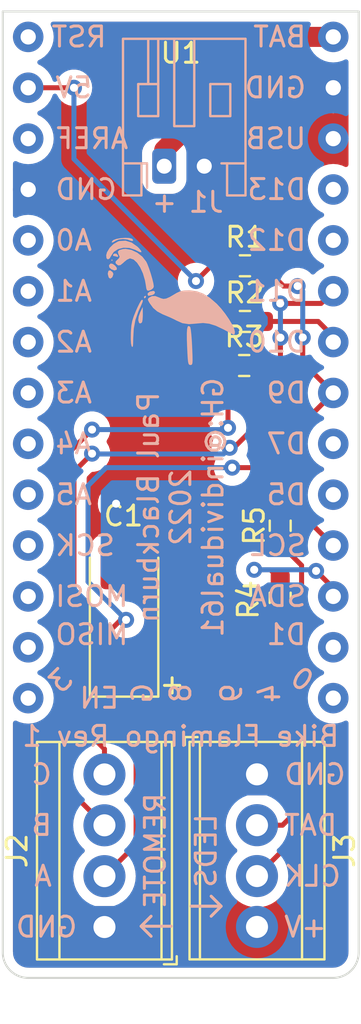
<source format=kicad_pcb>
(kicad_pcb (version 20211014) (generator pcbnew)
  (layers (0 "F.Cu" signal) (31 "B.Cu" signal) (34 "B.Paste" user) (35 "F.Paste" user) (36 "B.SilkS" user "B.Silkscreen") (37 "F.SilkS" user "F.Silkscreen") (38 "B.Mask" user) (39 "F.Mask" user) (44 "Edge.Cuts" user))
  (net 0 "")
  (net 1 "VBUS")
  (net 2 "GND")
  (net 3 "Net-(J1-Pad1)")
  (net 4 "+5V")
  (net 5 "/SDA")
  (net 6 "/SCL")
  (net 25 "/SDA_TERM")
  (net 26 "/SCL_TERM")
  (net 27 "/BUTT_A_TERM")
  (net 28 "/BUTT_B_TERM")
  (net 29 "/BUTT_C_TERM")
  (footprint "TerminalBlock_TE-Connectivity:TerminalBlock_TE_282834-4_1x04_P2.54mm_Horizontal" (layer "F.Cu") (at 129.54 121.915 -90)
    (fp_text reference "J3" (at 3.81 -4.37 90) (layer "F.SilkS"))
    (fp_text value "Button Board Terminal")
    (fp_line (start -1.62 3.37) (end 9.241 3.37) (layer "F.SilkS") (width 0.12))
    (fp_line (start -1.86 2.97) (end -1.86 3.61) (layer "F.SilkS") (width 0.12))
    (fp_line (start -1.86 3.61) (end -1.46 3.61) (layer "F.SilkS") (width 0.12))
    (fp_line (start 9.241 -3.37) (end 9.241 3.37) (layer "F.SilkS") (width 0.12))
    (fp_line (start -1.62 -3.37) (end 9.241 -3.37) (layer "F.SilkS") (width 0.12))
    (fp_line (start -1.62 -3.37) (end -1.62 3.37) (layer "F.SilkS") (width 0.12))
    (fp_line (start -1.62 2.85) (end 9.241 2.85) (layer "F.SilkS") (width 0.12))
    (fp_line (start -1.62 -2.25) (end 9.241 -2.25) (layer "F.SilkS") (width 0.12))
    (pad "1" thru_hole rect (at 0 0 270) (size 2.1 2.1) (drill 1.1) (layers *.Cu *.Mask) (net 2 "GND"))
    (pad "2" thru_hole circle (at 2.54 0 270) (size 2.1 2.1) (drill 1.1) (layers *.Cu *.Mask) (net 25 "/SDA_TERM"))
    (pad "3" thru_hole circle (at 5.08 0 270) (size 2.1 2.1) (drill 1.1) (layers *.Cu *.Mask) (net 26 "/SCL_TERM"))
    (pad "4" thru_hole circle (at 7.62 0 270) (size 2.1 2.1) (drill 1.1) (layers *.Cu *.Mask) (net 1 "VBUS"))
  )
  (footprint "Capacitor_Tantalum_SMD:CP_EIA-6032-28_Kemet-C_Pad2.25x2.35mm_HandSolder" (layer "F.Cu") (at 122.9 114.1 90)
    (fp_text reference "C1" (at 5.09 -0.033 180) (layer "F.SilkS"))
    (fp_text value "100uF")
    (fp_line (start 3 -1.71) (end -3.935 -1.71) (layer "F.SilkS") (width 0.12))
    (fp_line (start -3.935 -1.71) (end -3.935 1.71) (layer "F.SilkS") (width 0.12))
    (fp_line (start -3.935 1.71) (end 3 1.71) (layer "F.SilkS") (width 0.12))
    (pad "1" smd roundrect (at -2.55 0 90) (size 2.25 2.35) (layers "F.Cu" "F.Paste" "F.Mask") (roundrect_rratio 0.1111111111) (net 1 "VBUS"))
    (pad "2" smd roundrect (at 2.55 0 90) (size 2.25 2.35) (layers "F.Cu" "F.Paste" "F.Mask") (roundrect_rratio 0.1111111111) (net 2 "GND"))
  )
  (footprint "Resistor_SMD:R_0603_1608Metric_Pad0.98x0.95mm_HandSolder" (layer "F.Cu") (at 128.938 99.3)
    (fp_text reference "R2" (at 0 -1.43) (layer "F.SilkS"))
    (fp_text value "4.7k")
    (fp_line (start -0.254724 -0.5225) (end 0.254724 -0.5225) (layer "F.SilkS") (width 0.12))
    (fp_line (start -0.254724 0.5225) (end 0.254724 0.5225) (layer "F.SilkS") (width 0.12))
    (pad "1" smd roundrect (at -0.9125 0) (size 0.975 0.95) (layers "F.Cu" "F.Paste" "F.Mask") (net 4 "+5V"))
    (pad "2" smd roundrect (at 0.9125 0) (size 0.975 0.95) (layers "F.Cu" "F.Paste" "F.Mask") (net 28 "/BUTT_B_TERM"))
  )
  (footprint "TerminalBlock_TE-Connectivity:TerminalBlock_TE_282834-4_1x04_P2.54mm_Horizontal" (layer "F.Cu") (at 121.92 129.54 90)
    (fp_text reference "J2" (at 3.81 -4.37 90) (layer "F.SilkS"))
    (fp_text value "Button Board Terminal")
    (fp_line (start -1.62 -3.37) (end 9.241 -3.37) (layer "F.SilkS") (width 0.12))
    (fp_line (start -1.62 3.37) (end 9.241 3.37) (layer "F.SilkS") (width 0.12))
    (fp_line (start -1.86 3.61) (end -1.46 3.61) (layer "F.SilkS") (width 0.12))
    (fp_line (start -1.62 -3.37) (end -1.62 3.37) (layer "F.SilkS") (width 0.12))
    (fp_line (start 9.241 -3.37) (end 9.241 3.37) (layer "F.SilkS") (width 0.12))
    (fp_line (start -1.62 2.85) (end 9.241 2.85) (layer "F.SilkS") (width 0.12))
    (fp_line (start -1.86 2.97) (end -1.86 3.61) (layer "F.SilkS") (width 0.12))
    (fp_line (start -1.62 -2.25) (end 9.241 -2.25) (layer "F.SilkS") (width 0.12))
    (pad "1" thru_hole rect (at 0 0 90) (size 2.1 2.1) (drill 1.1) (layers *.Cu *.Mask) (net 2 "GND"))
    (pad "2" thru_hole circle (at 2.54 0 90) (size 2.1 2.1) (drill 1.1) (layers *.Cu *.Mask) (net 27 "/BUTT_A_TERM"))
    (pad "3" thru_hole circle (at 5.08 0 90) (size 2.1 2.1) (drill 1.1) (layers *.Cu *.Mask) (net 28 "/BUTT_B_TERM"))
    (pad "4" thru_hole circle (at 7.62 0 90) (size 2.1 2.1) (drill 1.1) (layers *.Cu *.Mask) (net 29 "/BUTT_C_TERM"))
  )
  (footprint "Resistor_SMD:R_0603_1608Metric_Pad0.98x0.95mm_HandSolder" (layer "F.Cu") (at 128.9 101.5)
    (fp_text reference "R3" (at 0 -1.43) (layer "F.SilkS"))
    (fp_text value "4.7k")
    (fp_line (start -0.254724 0.5225) (end 0.254724 0.5225) (layer "F.SilkS") (width 0.12))
    (fp_line (start -0.254724 -0.5225) (end 0.254724 -0.5225) (layer "F.SilkS") (width 0.12))
    (pad "1" smd roundrect (at -0.9125 0) (size 0.975 0.95) (layers "F.Cu" "F.Paste" "F.Mask") (net 4 "+5V"))
    (pad "2" smd roundrect (at 0.9125 0) (size 0.975 0.95) (layers "F.Cu" "F.Paste" "F.Mask") (net 29 "/BUTT_C_TERM"))
  )
  (footprint "MyBoards:Adafruit Itsy Bitsy 5V 16 MHz" (layer "F.Cu") (at 125.73 101.6)
    (fp_text reference "U1" (at 0 -15.7 unlocked) (layer "F.SilkS"))
    (fp_text value "Adafruit_ItsyBitsy_5V_16MHz")
    (fp_text user "USB" (at 6.35 -11.43 unlocked) (layer "B.SilkS") (effects (justify left mirror)))
    (fp_text user "3" (at -5.588 15.24 45 unlocked) (layer "B.SilkS") (effects (justify left mirror)))
    (fp_text user "AREF" (at -6.35 -11.43 unlocked) (layer "B.SilkS") (effects (justify right mirror)))
    (fp_text user "D9" (at 6.35 1.27 unlocked) (layer "B.SilkS") (effects (justify left mirror)))
    (fp_text user "D7" (at 6.35 3.81 unlocked) (layer "B.SilkS") (effects (justify left mirror)))
    (fp_text user "5V" (at -6.35 -13.97 unlocked) (layer "B.SilkS") (effects (justify right mirror)))
    (fp_text user "MISO" (at -6.35 13.335 unlocked) (layer "B.SilkS") (effects (justify right mirror)))
    (fp_text user "GND" (at -6.35 -8.89 unlocked) (layer "B.SilkS") (effects (justify right mirror)))
    (fp_text user "EN" (at -4.064 16.51 unlocked) (layer "B.SilkS") (effects (justify mirror)))
    (fp_text user "A2" (at -6.35 -1.27 unlocked) (layer "B.SilkS") (effects (justify right mirror)))
    (fp_text user "9" (at 2.54 16.256 90 unlocked) (layer "B.SilkS") (effects (justify mirror)))
    (fp_text user "GND" (at 6.35 -13.97 unlocked) (layer "B.SilkS") (effects (justify left mirror)))
    (fp_text user "A1" (at -6.35 -3.81 unlocked) (layer "B.SilkS") (effects (justify right mirror)))
    (fp_text user "SCK" (at -6.35 8.89 unlocked) (layer "B.SilkS") (effects (justify right mirror)))
    (fp_text user "4" (at 4.445 16.256 90 unlocked) (layer "B.SilkS") (effects (justify mirror)))
    (fp_text user "D13" (at 6.35 -8.89 unlocked) (layer "B.SilkS") (effects (justify left mirror)))
    (fp_text user "SDA" (at 6.35 11.43 unlocked) (layer "B.SilkS") (effects (justify left mirror)))
    (fp_text user "D5" (at 6.35 6.35 unlocked) (layer "B.SilkS") (effects (justify left mirror)))
    (fp_text user "D11" (at 6.35 -3.81 unlocked) (layer "B.SilkS") (effects (justify left mirror)))
    (fp_text user "8" (at 0 16.256 90 unlocked) (layer "B.SilkS") (effects (justify mirror)))
    (fp_text user "G" (at -1.905 16.256 90 unlocked) (layer "B.SilkS") (effects (justify mirror)))
    (fp_text user "A4" (at -6.35 3.81 unlocked) (layer "B.SilkS") (effects (justify right mirror)))
    (fp_text user "BAT" (at 6.35 -16.51 unlocked) (layer "B.SilkS") (effects (justify left mirror)))
    (fp_text user "0" (at 5.588 15.24 325 unlocked) (layer "B.SilkS") (effects (justify right mirror)))
    (fp_text user "D1" (at 6.35 13.335 unlocked) (layer "B.SilkS") (effects (justify left mirror)))
    (fp_text user "RST" (at -5.08 -16.51 unlocked) (layer "B.SilkS") (effects (justify mirror)))
    (fp_text user "SCL" (at 6.35 8.89 unlocked) (layer "B.SilkS") (effects (justify left mirror)))
    (fp_text user "D10" (at 6.35 -1.27 unlocked) (layer "B.SilkS") (effects (justify left mirror)))
    (fp_text user "A3" (at -6.35 1.27 unlocked) (layer "B.SilkS") (effects (justify right mirror)))
    (fp_text user "A5" (at -6.35 6.35 unlocked) (layer "B.SilkS") (effects (justify right mirror)))
    (fp_text user "MOSI" (at -6.35 11.43 unlocked) (layer "B.SilkS") (effects (justify right mirror)))
    (fp_text user "D12" (at 6.35 -6.35 unlocked) (layer "B.SilkS") (effects (justify left mirror)))
    (fp_text user "A0" (at -6.35 -6.35 unlocked) (layer "B.SilkS") (effects (justify right mirror)))
    (pad "1" thru_hole circle (at -7.62 -16.51) (size 1.524 1.524) (drill 0.762) (layers *.Cu *.Mask))
    (pad "2" thru_hole circle (at -7.62 -13.97) (size 1.524 1.524) (drill 0.762) (layers *.Cu *.Mask) (net 4 "+5V"))
    (pad "3" thru_hole circle (at -7.62 -11.43) (size 1.524 1.524) (drill 0.762) (layers *.Cu *.Mask))
    (pad "4" thru_hole circle (at -7.62 -8.89) (size 1.524 1.524) (drill 0.762) (layers *.Cu *.Mask) (net 2 "GND"))
    (pad "5" thru_hole circle (at -7.62 -6.35) (size 1.524 1.524) (drill 0.762) (layers *.Cu *.Mask))
    (pad "6" thru_hole circle (at -7.62 -3.81) (size 1.524 1.524) (drill 0.762) (layers *.Cu *.Mask))
    (pad "7" thru_hole circle (at -7.62 -1.27) (size 1.524 1.524) (drill 0.762) (layers *.Cu *.Mask))
    (pad "8" thru_hole circle (at -7.62 1.27) (size 1.524 1.524) (drill 0.762) (layers *.Cu *.Mask))
    (pad "9" thru_hole circle (at -7.62 3.81) (size 1.524 1.524) (drill 0.762) (layers *.Cu *.Mask))
    (pad "10" thru_hole circle (at -7.62 6.35) (size 1.524 1.524) (drill 0.762) (layers *.Cu *.Mask))
    (pad "11" thru_hole circle (at -7.62 8.89) (size 1.524 1.524) (drill 0.762) (layers *.Cu *.Mask))
    (pad "12" thru_hole circle (at -7.62 11.43) (size 1.524 1.524) (drill 0.762) (layers *.Cu *.Mask))
    (pad "13" thru_hole circle (at -7.62 13.97) (size 1.524 1.524) (drill 0.762) (layers *.Cu *.Mask))
    (pad "14" thru_hole circle (at -7.62 16.51) (size 1.524 1.524) (drill 0.762) (layers *.Cu *.Mask))
    (pad "20" thru_hole circle (at 7.62 16.51) (size 1.524 1.524) (drill 0.762) (layers *.Cu *.Mask))
    (pad "21" thru_hole circle (at 7.62 13.97) (size 1.524 1.524) (drill 0.762) (layers *.Cu *.Mask))
    (pad "22" thru_hole circle (at 7.62 11.43) (size 1.524 1.524) (drill 0.762) (layers *.Cu *.Mask) (net 5 "/SDA"))
    (pad "23" thru_hole circle (at 7.62 8.89) (size 1.524 1.524) (drill 0.762) (layers *.Cu *.Mask) (net 6 "/SCL"))
    (pad "24" thru_hole circle (at 7.62 6.35) (size 1.524 1.524) (drill 0.762) (layers *.Cu *.Mask))
    (pad "25" thru_hole circle (at 7.62 3.81) (size 1.524 1.524) (drill 0.762) (layers *.Cu *.Mask))
    (pad "26" thru_hole circle (at 7.62 1.27) (size 1.524 1.524) (drill 0.762) (layers *.Cu *.Mask) (net 27 "/BUTT_A_TERM"))
    (pad "27" thru_hole circle (at 7.62 -1.27) (size 1.524 1.524) (drill 0.762) (layers *.Cu *.Mask) (net 28 "/BUTT_B_TERM"))
    (pad "28" thru_hole circle (at 7.62 -3.81) (size 1.524 1.524) (drill 0.762) (layers *.Cu *.Mask) (net 29 "/BUTT_C_TERM"))
    (pad "29" thru_hole circle (at 7.62 -6.35) (size 1.524 1.524) (drill 0.762) (layers *.Cu *.Mask))
    (pad "30" thru_hole circle (at 7.62 -8.89) (size 1.524 1.524) (drill 0.762) (layers *.Cu *.Mask))
    (pad "31" thru_hole circle (at 7.62 -11.43) (size 1.524 1.524) (drill 0.762) (layers *.Cu *.Mask) (net 1 "VBUS"))
    (pad "32" thru_hole circle (at 7.62 -13.97) (size 1.524 1.524) (drill 0.762) (layers *.Cu *.Mask) (net 2 "GND"))
    (pad "33" thru_hole circle (at 7.62 -16.51) (size 1.524 1.524) (drill 0.762) (layers *.Cu *.Mask) (net 3 "Net-(J1-Pad1)"))
  )
  (footprint "Resistor_SMD:R_0603_1608Metric_Pad0.98x0.95mm_HandSolder" (layer "F.Cu") (at 128.938 96.52)
    (fp_text reference "R1" (at 0 -1.43) (layer "F.SilkS"))
    (fp_text value "4.7k")
    (fp_line (start -0.254724 0.5225) (end 0.254724 0.5225) (layer "F.SilkS") (width 0.12))
    (fp_line (start -0.254724 -0.5225) (end 0.254724 -0.5225) (layer "F.SilkS") (width 0.12))
    (pad "1" smd roundrect (at -0.9125 0) (size 0.975 0.95) (layers "F.Cu" "F.Paste" "F.Mask") (net 4 "+5V"))
    (pad "2" smd roundrect (at 0.9125 0) (size 0.975 0.95) (layers "F.Cu" "F.Paste" "F.Mask") (net 27 "/BUTT_A_TERM"))
  )
  (footprint "Resistor_SMD:R_0603_1608Metric_Pad0.98x0.95mm_HandSolder" (layer "F.Cu") (at 130.7 113.1 -90)
    (fp_text reference "R4" (at 0.1 1.6 -270) (layer "F.SilkS"))
    (fp_text value "330")
    (fp_line (start -0.254724 0.5225) (end 0.254724 0.5225) (layer "F.SilkS") (width 0.12))
    (fp_line (start -0.254724 -0.5225) (end 0.254724 -0.5225) (layer "F.SilkS") (width 0.12))
    (pad "1" smd roundrect (at -0.9125 0 270) (size 0.975 0.95) (layers "F.Cu" "F.Paste" "F.Mask") (net 5 "/SDA"))
    (pad "2" smd roundrect (at 0.9125 0 270) (size 0.975 0.95) (layers "F.Cu" "F.Paste" "F.Mask") (net 25 "/SDA_TERM"))
  )
  (footprint "Resistor_SMD:R_0603_1608Metric_Pad0.98x0.95mm_HandSolder" (layer "F.Cu") (at 130.7 109.5 -90)
    (fp_text reference "R5" (at 0 1.3 -270) (layer "F.SilkS"))
    (fp_text value "330")
    (fp_line (start -0.254724 0.5225) (end 0.254724 0.5225) (layer "F.SilkS") (width 0.12))
    (fp_line (start -0.254724 -0.5225) (end 0.254724 -0.5225) (layer "F.SilkS") (width 0.12))
    (pad "1" smd roundrect (at -0.9125 0 270) (size 0.975 0.95) (layers "F.Cu" "F.Paste" "F.Mask") (net 6 "/SCL"))
    (pad "2" smd roundrect (at 0.9125 0 270) (size 0.975 0.95) (layers "F.Cu" "F.Paste" "F.Mask") (net 26 "/SCL_TERM"))
  )
  (footprint "Connector_JST:JST_PH_S2B-PH-K_1x02_P2.00mm_Horizontal" (layer "B.Cu") (at 124.906 91.546)
    (fp_text reference "J1" (at 2.094 1.799) (layer "B.SilkS") (effects (justify mirror)))
    (fp_text value "Battery Connector")
    (fp_line (start 3.3 -2.5) (end 3.3 -4.1) (layer "B.SilkS") (width 0.12))
    (fp_line (start -0.86 -0.14) (end -1.14 -0.14) (layer "B.SilkS") (width 0.12))
    (fp_line (start 2.3 -2.5) (end 3.3 -2.5) (layer "B.SilkS") (width 0.12))
    (fp_line (start -0.8 -4.1) (end -0.8 -6.36) (layer "B.SilkS") (width 0.12))
    (fp_line (start -1.3 -4.1) (end -0.3 -4.1) (layer "B.SilkS") (width 0.12))
    (fp_line (start 4.06 -0.14) (end 3.14 -0.14) (layer "B.SilkS") (width 0.12))
    (fp_line (start -0.3 -4.1) (end -0.3 -6.36) (layer "B.SilkS") (width 0.12))
    (fp_line (start -1.14 1.46) (end -2.06 1.46) (layer "B.SilkS") (width 0.12))
    (fp_line (start 0.5 -6.36) (end 0.5 -2) (layer "B.SilkS") (width 0.12))
    (fp_line (start 1.5 -2) (end 1.5 -6.36) (layer "B.SilkS") (width 0.12))
    (fp_line (start 2.3 -4.1) (end 2.3 -2.5) (layer "B.SilkS") (width 0.12))
    (fp_line (start 4.06 -6.36) (end 4.06 1.46) (layer "B.SilkS") (width 0.12))
    (fp_line (start -2.06 -0.14) (end -1.14 -0.14) (layer "B.SilkS") (width 0.12))
    (fp_line (start -1.14 -0.14) (end -1.14 1.46) (layer "B.SilkS") (width 0.12))
    (fp_line (start -0.86 -0.14) (end -0.86 1.075) (layer "B.SilkS") (width 0.12))
    (fp_line (start 3.14 -0.14) (end 2.86 -0.14) (layer "B.SilkS") (width 0.12))
    (fp_line (start 4.06 1.46) (end 3.14 1.46) (layer "B.SilkS") (width 0.12))
    (fp_line (start 3.14 1.46) (end 3.14 -0.14) (layer "B.SilkS") (width 0.12))
    (fp_line (start -2.06 1.46) (end -2.06 -6.36) (layer "B.SilkS") (width 0.12))
    (fp_line (start -2.06 -6.36) (end 4.06 -6.36) (layer "B.SilkS") (width 0.12))
    (fp_line (start 3.3 -4.1) (end 2.3 -4.1) (layer "B.SilkS") (width 0.12))
    (fp_line (start -1.3 -2.5) (end -1.3 -4.1) (layer "B.SilkS") (width 0.12))
    (fp_line (start -0.3 -2.5) (end -1.3 -2.5) (layer "B.SilkS") (width 0.12))
    (fp_line (start 0.5 -2) (end 1.5 -2) (layer "B.SilkS") (width 0.12))
    (fp_line (start -0.3 -4.1) (end -0.3 -2.5) (layer "B.SilkS") (width 0.12))
    (pad "1" thru_hole roundrect (at 0 0) (size 1.2 1.75) (drill 0.75) (layers *.Cu *.Mask) (roundrect_rratio 0.2083333333) (net 3 "Net-(J1-Pad1)"))
    (pad "2" thru_hole oval (at 2 0) (size 1.2 1.75) (drill 0.75) (layers *.Cu *.Mask) (net 2 "GND"))
  )
  (footprint "MyFlamingoLogo:flamingo_logo_8-8_6-7" (layer "B.Cu") (at 124.864947 98.142974 180)
    (fp_text reference "G***" hide)
    (fp_text value "LOGO" hide)
    (fp_poly (pts (xy -1.216605 -1.420367) (xy -1.187211 -1.540498) (xy -1.17437 -1.755221) (xy -1.176753 -2.073721) (xy -1.188625 -2.407055) (xy -1.204756 -2.758601) (xy -1.219814 -3.007051) (xy -1.23691 -3.170189) (xy -1.259154 -3.265801) (xy -1.289656 -3.31167) (xy -1.331526 -3.325581) (xy -1.34936 -3.32619) (xy -1.395319 -3.321326) (xy -1.426796 -3.294829) (xy -1.445367 -3.228846) (xy -1.452608 -3.105521) (xy -1.450095 -2.907) (xy -1.439405 -2.615429) (xy -1.43052 -2.40684) (xy -1.41287 -2.082965) (xy -1.390656 -1.800906) (xy -1.366188 -1.583274) (xy -1.341779 -1.452677) (xy -1.330364 -1.427126) (xy -1.263879 -1.385639) (xy -1.216605 -1.420367)) (layer "B.SilkS") (width 0.01) (fill solid))
    (fp_poly (pts (xy -1.01986 0.38375) (xy -0.837292 0.34526) (xy -0.658987 0.261944) (xy -0.559249 0.202269) (xy -0.316384 0.059627) (xy -0.140215 -0.01719) (xy -0.000879 -0.035197) (xy 0.13149 -0.001407) (xy 0.191154 0.026025) (xy 0.405142 0.107591) (xy 0.571174 0.103375) (xy 0.694096 0.038726) (xy 0.762038 -0.020527) (xy 0.769584 -0.0835) (xy 0.714585 -0.191734) (xy 0.679191 -0.249567) (xy 0.50974 -0.479523) (xy 0.30827 -0.652062) (xy 0.037625 -0.796125) (xy -0.090714 -0.849277) (xy -0.319563 -0.945314) (xy -0.533705 -1.045214) (xy -0.651203 -1.107325) (xy -0.951932 -1.239713) (xy -1.275114 -1.288112) (xy -1.656947 -1.25776) (xy -1.672814 -1.255171) (xy -1.984264 -1.229656) (xy -2.289984 -1.265071) (xy -2.618419 -1.368393) (xy -2.998017 -1.5466) (xy -3.112727 -1.608326) (xy -3.303453 -1.710238) (xy -3.45142 -1.783882) (xy -3.526239 -1.814176) (xy -3.52776 -1.814286) (xy -3.559169 -1.762864) (xy -3.568095 -1.67695) (xy -3.529649 -1.520621) (xy -3.425193 -1.300804) (xy -3.271053 -1.042613) (xy -3.083553 -0.771162) (xy -2.879018 -0.511568) (xy -2.673773 -0.288944) (xy -2.652575 -0.268478) (xy -2.30749 0.029363) (xy -1.9904 0.230666) (xy -1.676025 0.347479) (xy -1.339088 0.391852) (xy -1.26466 0.393095) (xy -1.01986 0.38375)) (layer "B.SilkS") (width 0.01) (fill solid))
    (fp_poly (pts (xy 2.02535 2.453389) (xy 2.203869 2.40162) (xy 2.272809 2.325005) (xy 2.243167 2.208209) (xy 2.224549 2.175664) (xy 2.182231 2.074721) (xy 2.220524 1.993471) (xy 2.290098 1.930958) (xy 2.383588 1.836016) (xy 2.384606 1.761024) (xy 2.358288 1.72323) (xy 2.2588 1.645127) (xy 2.149062 1.659866) (xy 2.006471 1.772687) (xy 1.965477 1.814286) (xy 1.823977 1.929966) (xy 1.688073 1.99225) (xy 1.658957 1.995714) (xy 1.48741 1.938792) (xy 1.315887 1.781118) (xy 1.156041 1.542333) (xy 1.019529 1.242076) (xy 0.918004 0.89999) (xy 0.878395 0.680357) (xy 0.848947 0.489491) (xy 0.813032 0.396877) (xy 0.748663 0.380817) (xy 0.633854 0.419611) (xy 0.619881 0.425218) (xy 0.514411 0.507938) (xy 0.48381 0.58891) (xy 0.504432 0.741105) (xy 0.558579 0.967545) (xy 0.634672 1.23025) (xy 0.721128 1.491237) (xy 0.80637 1.712524) (xy 0.861518 1.82778) (xy 1.054282 2.075524) (xy 1.312124 2.276011) (xy 1.601921 2.411434) (xy 1.890548 2.463989) (xy 2.02535 2.453389)) (layer "B.SilkS") (width 0.01) (fill solid))
    (fp_poly (pts (xy 0.965158 0.077052) (xy 0.967619 0.060476) (xy 0.946986 0.001572) (xy 0.94095 0) (xy 0.889318 0.042378) (xy 0.876905 0.060476) (xy 0.8817 0.116204) (xy 0.903574 0.120952) (xy 0.965158 0.077052)) (layer "B.SilkS") (width 0.01) (fill solid))
    (fp_poly (pts (xy 2.635391 1.730145) (xy 2.712991 1.652684) (xy 2.699667 1.545176) (xy 2.604452 1.453556) (xy 2.443597 1.394741) (xy 2.344817 1.42889) (xy 2.329697 1.449223) (xy 2.339482 1.531161) (xy 2.418392 1.629972) (xy 2.526917 1.70935) (xy 2.625548 1.732986) (xy 2.635391 1.730145)) (layer "B.SilkS") (width 0.01) (fill solid))
    (fp_poly (pts (xy 2.194589 2.85486) (xy 2.262315 2.834468) (xy 2.485324 2.709211) (xy 2.680231 2.51717) (xy 2.814295 2.296273) (xy 2.853988 2.149054) (xy 2.839297 2.000062) (xy 2.774122 1.946697) (xy 2.687686 1.993612) (xy 2.62078 2.11192) (xy 2.48295 2.318759) (xy 2.266748 2.459463) (xy 1.998632 2.528229) (xy 1.705062 2.519255) (xy 1.412496 2.426738) (xy 1.345596 2.391587) (xy 1.178827 2.310622) (xy 1.102434 2.305747) (xy 1.117753 2.371191) (xy 1.226116 2.501183) (xy 1.302806 2.576577) (xy 1.58711 2.777748) (xy 1.890942 2.872276) (xy 2.194589 2.85486)) (layer "B.SilkS") (width 0.01) (fill solid))
    (fp_poly (pts (xy 1.153736 -0.695476) (xy 1.2298 -0.907363) (xy 1.251137 -1.09194) (xy 1.216761 -1.218411) (xy 1.171618 -1.252773) (xy 1.095713 -1.225032) (xy 1.065785 -1.176895) (xy 1.044838 -1.061584) (xy 1.033564 -0.87754) (xy 1.032991 -0.766125) (xy 1.037886 -0.453571) (xy 1.153736 -0.695476)) (layer "B.SilkS") (width 0.01) (fill solid))
    (fp_poly (pts (xy 2.135455 2.999515) (xy 2.34657 2.961419) (xy 2.495882 2.905786) (xy 2.523476 2.884824) (xy 2.580743 2.806662) (xy 2.552396 2.78738) (xy 2.459374 2.828618) (xy 2.39237 2.874542) (xy 2.232913 2.93883) (xy 2.016804 2.961019) (xy 1.801467 2.93921) (xy 1.684178 2.897957) (xy 1.572717 2.862898) (xy 1.515633 2.884013) (xy 1.540968 2.943144) (xy 1.574133 2.969216) (xy 1.704953 3.00735) (xy 1.906822 3.016138) (xy 2.135455 2.999515)) (layer "B.SilkS") (width 0.01) (fill solid))
    (fp_poly (pts (xy 1.11547 -0.12071) (xy 1.192631 -0.254342) (xy 1.290431 -0.454313) (xy 1.36068 -0.612437) (xy 1.478191 -0.901287) (xy 1.552262 -1.132814) (xy 1.594712 -1.357288) (xy 1.617356 -1.624979) (xy 1.622222 -1.725068) (xy 1.62714 -2.021326) (xy 1.614723 -2.249862) (xy 1.586467 -2.386251) (xy 1.581129 -2.396954) (xy 1.547541 -2.430361) (xy 1.526858 -2.380625) (xy 1.516434 -2.2341) (xy 1.513744 -2.049326) (xy 1.486004 -1.527577) (xy 1.401696 -1.07513) (xy 1.252352 -0.65031) (xy 1.210879 -0.558447) (xy 1.107469 -0.334833) (xy 1.049581 -0.197397) (xy 1.03057 -0.123191) (xy 1.043795 -0.089268) (xy 1.071307 -0.076311) (xy 1.11547 -0.12071)) (layer "B.SilkS") (width 0.01) (fill solid))
    (fp_poly (pts (xy 2.740544 1.36826) (xy 2.773002 1.244207) (xy 2.770618 1.199062) (xy 2.729415 1.041418) (xy 2.657754 0.984852) (xy 2.572681 1.037513) (xy 2.539898 1.088762) (xy 2.502098 1.21649) (xy 2.543209 1.304104) (xy 2.656766 1.391542) (xy 2.740544 1.36826)) (layer "B.SilkS") (width 0.01) (fill solid))
    (fp_poly (pts (xy 0.672277 0.332276) (xy 0.771948 0.25483) (xy 0.786191 0.205196) (xy 0.760439 0.133956) (xy 0.740834 0.129188) (xy 0.650338 0.146219) (xy 0.559405 0.163632) (xy 0.460875 0.215016) (xy 0.423545 0.292247) (xy 0.458236 0.352478) (xy 0.509102 0.362857) (xy 0.672277 0.332276)) (layer "B.SilkS") (width 0.01) (fill solid))
    (fp_poly (pts (xy 2.45722 2.224683) (xy 2.509762 2.177143) (xy 2.507788 2.121292) (xy 2.48804 2.116667) (xy 2.38315 2.096577) (xy 2.332594 2.079695) (xy 2.264554 2.075343) (xy 2.273642 2.140171) (xy 2.352929 2.224797) (xy 2.45722 2.224683)) (layer "B.SilkS") (width 0.01) (fill solid))
    (fp_poly (pts (xy 2.600477 1.905) (xy 2.570239 1.874762) (xy 2.54 1.905) (xy 2.570239 1.935238) (xy 2.600477 1.905)) (layer "B.SilkS") (width 0.01) (fill solid))
  )
  (gr_line (start 124.25 130) (end 123.75 129.5) (layer "B.SilkS") (width 0.15))
  (gr_line (start 124.25 129) (end 123.75 129.5) (layer "B.SilkS") (width 0.15))
  (gr_line (start 126.25 128.5) (end 127.75 128.5) (layer "B.SilkS") (width 0.15))
  (gr_line (start 127.25 129) (end 127.75 128.5) (layer "B.SilkS") (width 0.15))
  (gr_line (start 127.75 128.5) (end 126.25 128.5) (layer "B.SilkS") (width 0.15))
  (gr_line (start 127.25 128) (end 127.75 128.5) (layer "B.SilkS") (width 0.15))
  (gr_line (start 123.75 129.5) (end 125.25 129.5) (layer "B.SilkS") (width 0.15))
  (gr_line (start 125.25 129.5) (end 123.75 129.5) (layer "B.SilkS") (width 0.15))
  (gr_line (start 134.62 83.82) (end 134.62 130.81) (layer "Edge.Cuts") (width 0.1))
  (gr_arc (start 134.62 130.81) (mid 134.248026 131.708026) (end 133.35 132.08) (layer "Edge.Cuts") (width 0.1))
  (gr_line (start 118.11 132.08) (end 133.35 132.08) (layer "Edge.Cuts") (width 0.1))
  (gr_arc (start 118.11 132.08) (mid 117.211974 131.708026) (end 116.84 130.81) (layer "Edge.Cuts") (width 0.1))
  (gr_line (start 116.84 130.81) (end 116.84 83.82) (layer "Edge.Cuts") (width 0.1))
  (gr_line (start 116.84 83.82) (end 134.62 83.82) (layer "Edge.Cuts") (width 0.1))
  (gr_text "+V" (at 130.81 129.54) (layer "B.SilkS") (effects (font (size 1 1)) (justify right mirror)))
  (gr_text "LEDS" (at 127 125.73 90) (layer "B.SilkS") (effects (font (size 1 1)) (justify mirror)))
  (gr_text "GND" (at 130.81 121.92) (layer "B.SilkS") (effects (font (size 1 1)) (justify right mirror)))
  (gr_text "CLK" (at 130.81 127) (layer "B.SilkS") (effects (font (size 1 1)) (justify right mirror)))
  (gr_text "DAT" (at 130.81 124.46) (layer "B.SilkS") (effects (font (size 1 1)) (justify right mirror)))
  (gr_text "Paul Blackburn\n2022\nGH:@individual61" (at 125.73 108.585 90) (layer "B.SilkS") (effects (font (size 1 1)) (justify mirror)))
  (gr_text "C" (at 119.38 121.92) (layer "B.SilkS") (effects (font (size 1 1)) (justify left mirror)))
  (gr_text "GND" (at 120.65 129.54) (layer "B.SilkS") (effects (font (size 1 1)) (justify left mirror)))
  (gr_text "+" (at 124.9172 93.345) (layer "B.SilkS") (effects (font (size 1 1)) (justify mirror)))
  (gr_text "B" (at 119.38 124.46) (layer "B.SilkS") (effects (font (size 1 1)) (justify left mirror)))
  (gr_text "A" (at 119.38 127) (layer "B.SilkS") (effects (font (size 1 1)) (justify left mirror)))
  (gr_text "REMOTE" (at 124.46 125.73 90) (layer "B.SilkS") (effects (font (size 1 1)) (justify mirror)))
  (gr_text "Bike Flamingo Rev 1" (at 125.73 120.015) (layer "B.SilkS") (effects (font (size 1 1)) (justify mirror)))
  (gr_text "+" (at 125.3 117.4) (layer "F.SilkS") (effects (font (size 1 1))))
  (segment (start 122.9 111.55) (end 122.5 111.15) (width 0.25) (layer "F.Cu") (net 2))
  (segment (start 122.5 111.15) (end 122.5 108.4) (width 0.25) (layer "F.Cu") (net 2))
  (via (at 122.5 108.4) (size 0.8) (drill 0.4) (layers "F.Cu" "B.Cu") (net 2))
  (segment (start 130.556 85.09) (end 133.35 85.09) (width 1) (layer "F.Cu") (net 3))
  (segment (start 124.906 91.546) (end 124.906 90.74) (width 1) (layer "F.Cu") (net 3))
  (segment (start 124.906 90.74) (end 130.556 85.09) (width 1) (layer "F.Cu") (net 3))
  (segment (start 126.492 97.282) (end 127.254 96.52) (width 0.25) (layer "F.Cu") (net 4))
  (segment (start 120.396 87.63) (end 118.11 87.63) (width 0.25) (layer "F.Cu") (net 4))
  (segment (start 128.0255 96.52) (end 128.0255 101.338) (width 0.25) (layer "F.Cu") (net 4))
  (segment (start 127.254 96.52) (end 128.0255 96.52) (width 0.25) (layer "F.Cu") (net 4))
  (segment (start 128.0255 101.338) (end 128.2875 101.6) (width 0.25) (layer "F.Cu") (net 4))
  (via (at 126.492 97.282) (size 0.8) (drill 0.4) (layers "F.Cu" "B.Cu") (net 4))
  (via (at 120.396 87.63) (size 0.8) (drill 0.4) (layers "F.Cu" "B.Cu") (net 4))
  (segment (start 126.492 97.282) (end 120.396 91.186) (width 0.25) (layer "B.Cu") (net 4))
  (segment (start 120.396 91.186) (end 120.396 87.63) (width 0.25) (layer "B.Cu") (net 4))
  (segment (start 133.35 112.614328) (end 132.4925 111.756828) (width 0.25) (layer "F.Cu") (net 5))
  (segment (start 133.35 113.03) (end 133.35 112.614328) (width 0.25) (layer "F.Cu") (net 5))
  (segment (start 129.4 111.7) (end 130.2125 111.7) (width 0.25) (layer "F.Cu") (net 5))
  (segment (start 130.2125 111.7) (end 130.7 112.1875) (width 0.25) (layer "F.Cu") (net 5))
  (via (at 132.4925 111.756828) (size 0.8) (drill 0.4) (layers "F.Cu" "B.Cu") (net 5))
  (via (at 129.4 111.7) (size 0.8) (drill 0.4) (layers "F.Cu" "B.Cu") (net 5))
  (segment (start 132.4925 111.756828) (end 132.435672 111.7) (width 0.25) (layer "B.Cu") (net 5))
  (segment (start 132.435672 111.7) (end 129.4 111.7) (width 0.25) (layer "B.Cu") (net 5))
  (segment (start 131.4475 108.5875) (end 130.7 108.5875) (width 0.25) (layer "F.Cu") (net 6))
  (segment (start 133.35 110.49) (end 131.4475 108.5875) (width 0.25) (layer "F.Cu") (net 6))
  (segment (start 130.815 124.455) (end 131.318 123.952) (width 0.25) (layer "F.Cu") (net 25))
  (segment (start 131.318 123.952) (end 131.318 114.6305) (width 0.25) (layer "F.Cu") (net 25))
  (segment (start 131.318 114.6305) (end 130.7 114.0125) (width 0.25) (layer "F.Cu") (net 25))
  (segment (start 129.54 124.455) (end 130.815 124.455) (width 0.25) (layer "F.Cu") (net 25))
  (segment (start 131.768 124.768) (end 131.768 111.4805) (width 0.25) (layer "F.Cu") (net 26))
  (segment (start 129.54 126.995) (end 131.767 124.768) (width 0.25) (layer "F.Cu") (net 26))
  (segment (start 131.767 124.768) (end 131.768 124.768) (width 0.25) (layer "F.Cu") (net 26))
  (segment (start 131.768 111.4805) (end 130.7 110.4125) (width 0.25) (layer "F.Cu") (net 26))
  (segment (start 121.158 118.11) (end 123.5 120.452) (width 0.25) (layer "F.Cu") (net 27))
  (segment (start 131.826 101.346) (end 133.35 102.87) (width 0.25) (layer "F.Cu") (net 27))
  (segment (start 123.5 125.42) (end 121.92 127) (width 0.25) (layer "F.Cu") (net 27))
  (segment (start 131.567701 97.531701) (end 130.862201 97.531701) (width 0.25) (layer "F.Cu") (net 27))
  (segment (start 122.736827 114.2) (end 121.158 115.778827) (width 0.25) (layer "F.Cu") (net 27))
  (segment (start 131.826 100.1) (end 131.826 101.346) (width 0.25) (layer "F.Cu") (net 27))
  (segment (start 123.5 120.452) (end 123.5 125.42) (width 0.25) (layer "F.Cu") (net 27))
  (segment (start 130.862201 97.531701) (end 129.8505 96.52) (width 0.25) (layer "F.Cu") (net 27))
  (segment (start 121.158 115.778827) (end 121.158 118.11) (width 0.25) (layer "F.Cu") (net 27))
  (segment (start 128.3 106.6) (end 129.62 106.6) (width 0.25) (layer "F.Cu") (net 27))
  (segment (start 123 114.2) (end 122.736827 114.2) (width 0.25) (layer "F.Cu") (net 27))
  (segment (start 129.62 106.6) (end 133.35 102.87) (width 0.25) (layer "F.Cu") (net 27))
  (via (at 131.567701 97.531701) (size 0.8) (drill 0.4) (layers "F.Cu" "B.Cu") (net 27))
  (via (at 128.3 106.6) (size 0.8) (drill 0.4) (layers "F.Cu" "B.Cu") (net 27))
  (via (at 131.826 100.1) (size 0.8) (drill 0.4) (layers "F.Cu" "B.Cu") (net 27))
  (via (at 123 114.2) (size 0.8) (drill 0.4) (layers "F.Cu" "B.Cu") (net 27))
  (segment (start 121.1 112.3) (end 123 114.2) (width 0.25) (layer "B.Cu") (net 27))
  (segment (start 128.3 106.6) (end 122 106.6) (width 0.25) (layer "B.Cu") (net 27))
  (segment (start 121.1 107.5) (end 121.1 112.3) (width 0.25) (layer "B.Cu") (net 27))
  (segment (start 131.826 100.1) (end 131.826 97.79) (width 0.25) (layer "B.Cu") (net 27))
  (segment (start 131.826 97.79) (end 131.567701 97.531701) (width 0.25) (layer "B.Cu") (net 27))
  (segment (start 122 106.6) (end 121.1 107.5) (width 0.25) (layer "B.Cu") (net 27))
  (segment (start 121.3 104.7) (end 119.634 106.366) (width 0.25) (layer "F.Cu") (net 28))
  (segment (start 128.09265 102.677845) (end 129 101.770495) (width 0.25) (layer "F.Cu") (net 28))
  (segment (start 132.6 99.3) (end 133.35 100.05) (width 0.25) (layer "F.Cu") (net 28))
  (segment (start 129 101.770495) (end 129 100.1505) (width 0.25) (layer "F.Cu") (net 28))
  (segment (start 128.09265 104.612197) (end 128.09265 102.677845) (width 0.25) (layer "F.Cu") (net 28))
  (segment (start 129.8505 99.3) (end 132.6 99.3) (width 0.25) (layer "F.Cu") (net 28))
  (segment (start 119.634 106.366) (end 119.634 122.174) (width 0.25) (layer "F.Cu") (net 28))
  (segment (start 133.35 100.05) (end 133.35 100.33) (width 0.25) (layer "F.Cu") (net 28))
  (segment (start 129 100.1505) (end 129.8505 99.3) (width 0.25) (layer "F.Cu") (net 28))
  (segment (start 119.634 122.174) (end 121.92 124.46) (width 0.25) (layer "F.Cu") (net 28))
  (via (at 121.3 104.7) (size 0.8) (drill 0.4) (layers "F.Cu" "B.Cu") (net 28))
  (via (at 128.09265 104.612197) (size 0.8) (drill 0.4) (layers "F.Cu" "B.Cu") (net 28))
  (segment (start 128.004847 104.7) (end 121.3 104.7) (width 0.25) (layer "B.Cu") (net 28))
  (segment (start 128.09265 104.612197) (end 128.004847 104.7) (width 0.25) (layer "B.Cu") (net 28))
  (segment (start 130.7 98.4) (end 132.74 98.4) (width 0.25) (layer "F.Cu") (net 29))
  (segment (start 128.176027 105.608216) (end 128.382284 105.608216) (width 0.25) (layer "F.Cu") (net 29))
  (segment (start 132.74 98.4) (end 133.35 97.79) (width 0.25) (layer "F.Cu") (net 29))
  (segment (start 130.62177 101.5) (end 130.710885 101.589115) (width 0.25) (layer "F.Cu") (net 29))
  (segment (start 120.396 119.126) (end 121.92 120.65) (width 0.25) (layer "F.Cu") (net 29))
  (segment (start 130.710885 101.589115) (end 130.710885 100.110213) (width 0.25) (layer "F.Cu") (net 29))
  (segment (start 128.382284 105.608216) (end 130.710885 103.279615) (width 0.25) (layer "F.Cu") (net 29))
  (segment (start 121.92 120.65) (end 121.92 121.92) (width 0.25) (layer "F.Cu") (net 29))
  (segment (start 120.396 106.804) (end 120.396 119.126) (width 0.25) (layer "F.Cu") (net 29))
  (segment (start 121.3 105.9) (end 120.396 106.804) (width 0.25) (layer "F.Cu") (net 29))
  (segment (start 130.710885 103.279615) (end 130.710885 101.589115) (width 0.25) (layer "F.Cu") (net 29))
  (segment (start 129.8125 101.5) (end 130.62177 101.5) (width 0.25) (layer "F.Cu") (net 29))
  (via (at 121.3 105.9) (size 0.8) (drill 0.4) (layers "F.Cu" "B.Cu") (net 29))
  (via (at 130.7 98.4) (size 0.8) (drill 0.4) (layers "F.Cu" "B.Cu") (net 29))
  (via (at 128.176027 105.608216) (size 0.8) (drill 0.4) (layers "F.Cu" "B.Cu") (net 29))
  (via (at 130.710885 100.110213) (size 0.8) (drill 0.4) (layers "F.Cu" "B.Cu") (net 29))
  (segment (start 121.318 105.918) (end 121.3 105.9) (width 0.25) (layer "B.Cu") (net 29))
  (segment (start 130.710885 98.410885) (end 130.7 98.4) (width 0.25) (layer "B.Cu") (net 29))
  (segment (start 128.176027 105.608216) (end 127.866243 105.918) (width 0.25) (layer "B.Cu") (net 29))
  (segment (start 130.710885 100.110213) (end 130.710885 98.410885) (width 0.25) (layer "B.Cu") (net 29))
  (segment (start 127.866243 105.918) (end 121.318 105.918) (width 0.25) (layer "B.Cu") (net 29))
  (zone (net 1) (net_name "VBUS") (layer "F.Cu") (connect_pads yes (clearance 0.508)) (min_thickness 0.254) (fill yes (thermal_gap 0.508) (thermal_bridge_width 0.508))
    (polygon (pts (xy 134.62 132.08) (xy 116.84 132.08) (xy 116.84 83.82) (xy 134.62 83.82)))
  )
  (zone (net 2) (net_name "GND") (layer "B.Cu") (connect_pads yes (clearance 0.508)) (min_thickness 0.254) (fill yes (thermal_gap 0.508) (thermal_bridge_width 0.508))
    (polygon (pts (xy 134.62 132.08) (xy 116.84 132.08) (xy 116.84 83.82) (xy 134.62 83.82)))
  )
)
</source>
